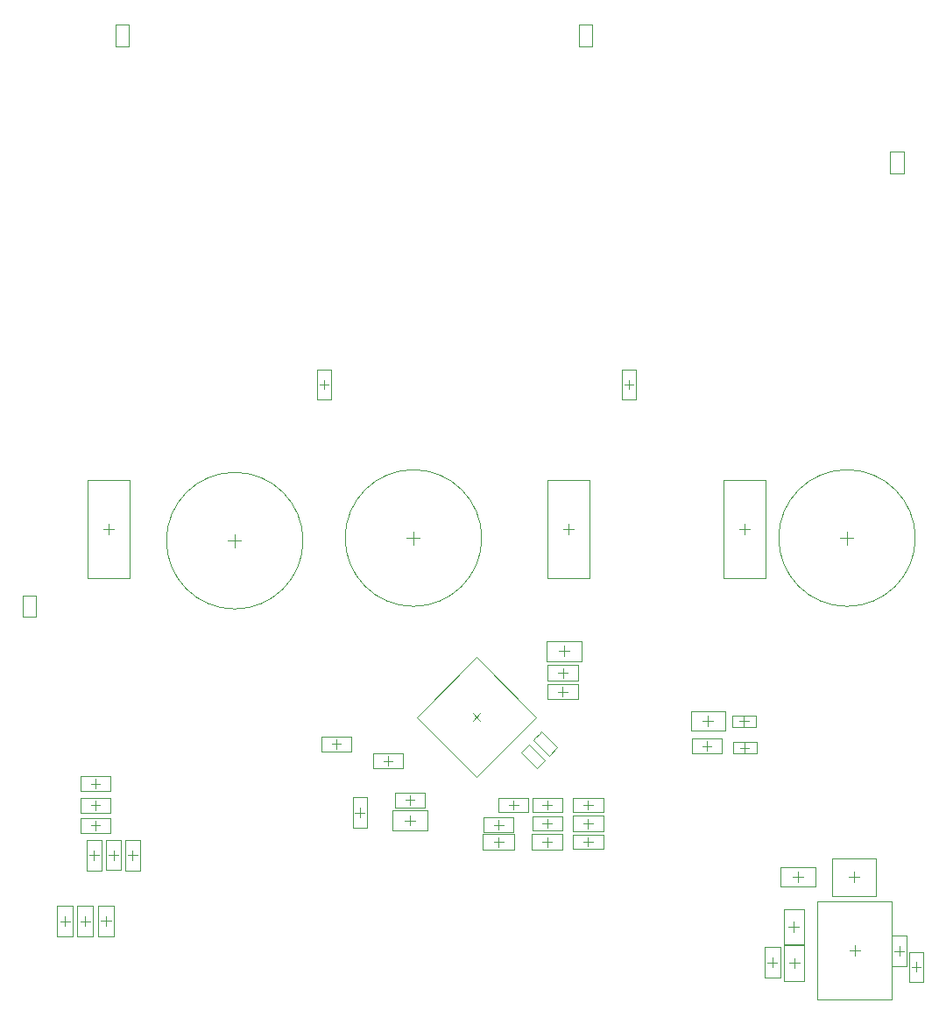
<source format=gbr>
%TF.GenerationSoftware,Altium Limited,Altium Designer,19.0.10 (269)*%
G04 Layer_Color=32768*
%FSLAX26Y26*%
%MOIN*%
%TF.FileFunction,Other,Mechanical_15*%
%TF.Part,Single*%
G01*
G75*
%TA.AperFunction,NonConductor*%
%ADD79C,0.003937*%
%ADD99C,0.001968*%
D79*
X-659997Y-43429D02*
G03*
X-659997Y-43429I-260000J0D01*
G01*
X20003Y-33429D02*
G03*
X20003Y-33429I-260000J0D01*
G01*
X1670003D02*
G03*
X1670003Y-33429I-260000J0D01*
G01*
X-533512Y-834716D02*
Y-799283D01*
X-551228Y-817000D02*
X-515795D01*
X562284Y550000D02*
X597717D01*
X580000Y532284D02*
Y567716D01*
X-597716Y550000D02*
X-562283D01*
X-580000Y532284D02*
Y567716D01*
X-944997Y-43429D02*
X-894997D01*
X-919997Y-68429D02*
Y-18429D01*
X-264997Y-33429D02*
X-214997D01*
X-239997Y-58429D02*
Y-8429D01*
X1385003Y-33429D02*
X1435003D01*
X1410003Y-58429D02*
Y-8429D01*
X1020000Y-19685D02*
Y19685D01*
X1000315Y0D02*
X1039685D01*
X1439000Y-1621685D02*
Y-1582315D01*
X1419315Y-1602000D02*
X1458685D01*
X1416315Y-1324000D02*
X1455685D01*
X1436000Y-1343685D02*
Y-1304315D01*
X1202315Y-1322000D02*
X1241685D01*
X1222000Y-1341685D02*
Y-1302315D01*
X1208000Y-1533685D02*
Y-1494315D01*
X1188315Y-1514000D02*
X1227685D01*
X1591284Y-1604488D02*
X1626717D01*
X1609000Y-1622205D02*
Y-1586772D01*
X1655284Y-1665000D02*
X1690717D01*
X1673000Y-1682716D02*
Y-1647284D01*
X1209000Y-1670685D02*
Y-1631315D01*
X1189315Y-1651000D02*
X1228685D01*
X1107299Y-1648473D02*
X1144701D01*
X1126000Y-1667173D02*
Y-1629772D01*
X877000Y-842716D02*
Y-807283D01*
X859284Y-825000D02*
X894716D01*
X1002693Y-832000D02*
X1038126D01*
X1020409Y-849717D02*
Y-814284D01*
X1000284Y-731000D02*
X1035717D01*
X1018000Y-748717D02*
Y-713284D01*
X861315Y-730000D02*
X900685D01*
X881000Y-749685D02*
Y-710315D01*
X313315Y-464000D02*
X352685D01*
X333000Y-483685D02*
Y-444315D01*
X328527Y-565667D02*
Y-528266D01*
X309827Y-546966D02*
X347228D01*
X328000Y-636701D02*
Y-599299D01*
X309299Y-618000D02*
X346701D01*
X-13919Y-701081D02*
X13919Y-728919D01*
X-13919D02*
X13919Y-701081D01*
X123284Y-1050000D02*
X158716D01*
X141000Y-1067716D02*
Y-1032283D01*
X66283Y-1125097D02*
X101716D01*
X83999Y-1142813D02*
Y-1107380D01*
X65299Y-1190000D02*
X102701D01*
X84000Y-1208701D02*
Y-1171299D01*
X251228Y-1119960D02*
X286661D01*
X268945Y-1137677D02*
Y-1102244D01*
X251228Y-1050000D02*
X286661D01*
X268944Y-1067716D02*
Y-1032283D01*
X250244Y-1189960D02*
X287646D01*
X268945Y-1208661D02*
Y-1171260D01*
X407284Y-1190000D02*
X442716D01*
X425000Y-1207717D02*
Y-1172284D01*
X406299Y-1120000D02*
X443701D01*
X425000Y-1138701D02*
Y-1101299D01*
X-461716Y-1078000D02*
X-426283D01*
X-444000Y-1095716D02*
Y-1060284D01*
X-336512Y-899716D02*
Y-864283D01*
X-354228Y-882000D02*
X-318795D01*
X-1584701Y-1491527D02*
X-1547299D01*
X-1566000Y-1510228D02*
Y-1472827D01*
X-1507701Y-1491472D02*
X-1470299D01*
X-1489000Y-1510173D02*
Y-1472772D01*
X-1428701Y-1490472D02*
X-1391299D01*
X-1410000Y-1509173D02*
Y-1471772D01*
X-1450000Y-1144717D02*
Y-1109284D01*
X-1467716Y-1127000D02*
X-1432284D01*
X-1450000Y-1068717D02*
Y-1033284D01*
X-1467716Y-1051000D02*
X-1432284D01*
X-1450000Y-985717D02*
Y-950284D01*
X-1467716Y-968000D02*
X-1432284D01*
X-1473221Y-1241000D02*
X-1437788D01*
X-1455505Y-1258716D02*
Y-1223284D01*
X-1326717Y-1241000D02*
X-1291284D01*
X-1309000Y-1258716D02*
Y-1223284D01*
X425000Y-1067716D02*
Y-1032283D01*
X407284Y-1050000D02*
X442716D01*
X-1398717Y-1240512D02*
X-1363284D01*
X-1381000Y-1258228D02*
Y-1222795D01*
X-253000Y-1048777D02*
Y-1013344D01*
X-270716Y-1031061D02*
X-235284D01*
X-272024Y-1108000D02*
X-232654D01*
X-252339Y-1127685D02*
Y-1088315D01*
X-1419685Y0D02*
X-1380315D01*
X-1400000Y-19685D02*
Y19685D01*
X330315Y0D02*
X369685D01*
X350000Y-19685D02*
Y19685D01*
D99*
X229703Y-910326D02*
X260326Y-879703D01*
X176865Y-842177D02*
X192177Y-826865D01*
X169209Y-849832D02*
X229703Y-910326D01*
X199832Y-819210D02*
X260326Y-879703D01*
X192177Y-826865D02*
X199832Y-819210D01*
X169209Y-849832D02*
X176865Y-842177D01*
X277703Y-861610D02*
X308326Y-830987D01*
X224865Y-793460D02*
X240177Y-778149D01*
X217209Y-801116D02*
X277703Y-861610D01*
X247832Y-770493D02*
X308326Y-830987D01*
X240177Y-778149D02*
X247832Y-770493D01*
X217209Y-801116D02*
X224865Y-793460D01*
X-590598Y-789441D02*
X-476425D01*
X-590598Y-844559D02*
X-476425D01*
X-590598D02*
Y-789441D01*
X-476425Y-844559D02*
Y-789441D01*
X388409Y1836661D02*
Y1919339D01*
X439591D01*
Y1836661D02*
Y1919339D01*
X388409Y1836661D02*
X439591D01*
X-1374591D02*
Y1919339D01*
X-1323409D01*
Y1836661D02*
Y1919339D01*
X-1374591Y1836661D02*
X-1323409D01*
X607559Y492913D02*
Y607087D01*
X552441Y492913D02*
Y607087D01*
X607559D01*
X552441Y492913D02*
X607559D01*
X-552441D02*
Y607087D01*
X-607559Y492913D02*
Y607087D01*
X-552441D01*
X-607559Y492913D02*
X-552441D01*
X941260Y-187008D02*
X1098740D01*
X941260Y187008D02*
X1098740D01*
X941260Y-187008D02*
Y187008D01*
X1098740Y-187008D02*
Y187008D01*
X1297268Y-1414992D02*
X1580732D01*
X1297268Y-1789008D02*
X1580732D01*
Y-1414992D01*
X1297268Y-1789008D02*
Y-1414992D01*
X1519661Y-1394866D02*
Y-1253134D01*
X1352339Y-1394866D02*
Y-1253134D01*
Y-1394866D02*
X1519661D01*
X1352339Y-1253134D02*
X1519661D01*
X1155071Y-1359401D02*
Y-1284598D01*
X1288929Y-1359401D02*
Y-1284598D01*
X1155071D02*
X1288929D01*
X1155071Y-1359401D02*
X1288929D01*
X1170599Y-1447071D02*
X1245402D01*
X1170599Y-1580929D02*
X1245402D01*
Y-1447071D01*
X1170599Y-1580929D02*
Y-1447071D01*
X1636559Y-1661575D02*
Y-1547402D01*
X1581441Y-1661575D02*
Y-1547402D01*
X1636559D01*
X1581441Y-1661575D02*
X1636559D01*
X1700559Y-1722087D02*
Y-1607913D01*
X1645441Y-1722087D02*
Y-1607913D01*
X1700559D01*
X1645441Y-1722087D02*
X1700559D01*
X1171599Y-1584071D02*
X1246402D01*
X1171599Y-1717929D02*
X1246402D01*
Y-1584071D01*
X1171599Y-1717929D02*
Y-1584071D01*
X1096472Y-1707528D02*
Y-1589417D01*
X1155527Y-1707528D02*
Y-1589417D01*
X1096472Y-1707528D02*
X1155527D01*
X1096472Y-1589417D02*
X1155527D01*
X819913Y-797441D02*
X934087D01*
X819913Y-852559D02*
X934087D01*
X819913D02*
Y-797441D01*
X934087Y-852559D02*
Y-797441D01*
X1065685Y-853654D02*
Y-810346D01*
X975134Y-853654D02*
Y-810346D01*
Y-853654D02*
X1065685D01*
X975134Y-810346D02*
X1065685D01*
X1063276Y-752654D02*
Y-709346D01*
X972725Y-752654D02*
Y-709346D01*
Y-752654D02*
X1063276D01*
X972725Y-709346D02*
X1063276D01*
X945961Y-767402D02*
Y-692598D01*
X816039Y-767402D02*
Y-692598D01*
Y-767402D02*
X945961D01*
X816039Y-692598D02*
X945961D01*
X266071Y-501401D02*
Y-426598D01*
X399929Y-501401D02*
Y-426598D01*
X266071D02*
X399929D01*
X266071Y-501401D02*
X399929D01*
X269472Y-517439D02*
X387583D01*
X269472Y-576494D02*
X387583D01*
X269472D02*
Y-517439D01*
X387583Y-576494D02*
Y-517439D01*
X268945Y-588472D02*
X387055D01*
X268945Y-647528D02*
X387055D01*
X268945D02*
Y-588472D01*
X387055Y-647528D02*
Y-588472D01*
X-228279Y-715000D02*
X0Y-486721D01*
Y-943279D02*
X228279Y-715000D01*
X-228279D02*
X0Y-943279D01*
Y-486721D02*
X228279Y-715000D01*
X198087Y-1077559D02*
Y-1022441D01*
X83913Y-1077559D02*
Y-1022441D01*
Y-1077559D02*
X198087D01*
X83913Y-1022441D02*
X198087D01*
X26913Y-1152656D02*
Y-1097538D01*
X141086Y-1152656D02*
Y-1097538D01*
X26913D02*
X141086D01*
X26913Y-1152656D02*
X141086D01*
X143055Y-1219527D02*
Y-1160472D01*
X24945Y-1219527D02*
Y-1160472D01*
Y-1219527D02*
X143055D01*
X24945Y-1160472D02*
X143055D01*
X211858Y-1147520D02*
Y-1092401D01*
X326031Y-1147520D02*
Y-1092401D01*
X211858D02*
X326031D01*
X211858Y-1147520D02*
X326031D01*
X326031Y-1077559D02*
Y-1022441D01*
X211858Y-1077559D02*
Y-1022441D01*
Y-1077559D02*
X326031D01*
X211858Y-1022441D02*
X326031D01*
X328000Y-1219488D02*
Y-1160433D01*
X209890Y-1219488D02*
Y-1160433D01*
Y-1219488D02*
X328000D01*
X209890Y-1160433D02*
X328000D01*
X367913Y-1217559D02*
Y-1162441D01*
X482087Y-1217559D02*
Y-1162441D01*
X367913D02*
X482087D01*
X367913Y-1217559D02*
X482087D01*
X484055Y-1149527D02*
Y-1090472D01*
X365945Y-1149527D02*
Y-1090472D01*
Y-1149527D02*
X484055D01*
X365945Y-1090472D02*
X484055D01*
X-416441Y-1135087D02*
Y-1020913D01*
X-471559Y-1135087D02*
Y-1020913D01*
X-416441D01*
X-471559Y-1135087D02*
X-416441D01*
X-393598Y-854441D02*
X-279425D01*
X-393598Y-909559D02*
X-279425D01*
X-393598D02*
Y-854441D01*
X-279425Y-909559D02*
Y-854441D01*
X-1536472Y-1550583D02*
Y-1432472D01*
X-1595527Y-1550583D02*
Y-1432472D01*
X-1536472D01*
X-1595527Y-1550583D02*
X-1536472D01*
X-1459472Y-1550528D02*
Y-1432417D01*
X-1518527Y-1550528D02*
Y-1432417D01*
X-1459472D01*
X-1518527Y-1550528D02*
X-1459472D01*
X-1380472Y-1549528D02*
Y-1431417D01*
X-1439527Y-1549528D02*
Y-1431417D01*
X-1380472D01*
X-1439527Y-1549528D02*
X-1380472D01*
X-1507087Y-1154559D02*
X-1392913D01*
X-1507087Y-1099441D02*
X-1392913D01*
Y-1154559D02*
Y-1099441D01*
X-1507087Y-1154559D02*
Y-1099441D01*
Y-1078559D02*
X-1392913D01*
X-1507087Y-1023441D02*
X-1392913D01*
Y-1078559D02*
Y-1023441D01*
X-1507087Y-1078559D02*
Y-1023441D01*
Y-995559D02*
X-1392913D01*
X-1507087Y-940441D02*
X-1392913D01*
Y-995559D02*
Y-940441D01*
X-1507087Y-995559D02*
Y-940441D01*
X-1483064Y-1298087D02*
Y-1183913D01*
X-1427946Y-1298087D02*
Y-1183913D01*
X-1483064Y-1298087D02*
X-1427946D01*
X-1483064Y-1183913D02*
X-1427946D01*
X-1336559Y-1298087D02*
Y-1183913D01*
X-1281441Y-1298087D02*
Y-1183913D01*
X-1336559Y-1298087D02*
X-1281441D01*
X-1336559Y-1183913D02*
X-1281441D01*
X367913Y-1022441D02*
X482087D01*
X367913Y-1077559D02*
X482087D01*
X367913D02*
Y-1022441D01*
X482087Y-1077559D02*
Y-1022441D01*
X-1408559Y-1297598D02*
Y-1183425D01*
X-1353441Y-1297598D02*
Y-1183425D01*
X-1408559Y-1297598D02*
X-1353441D01*
X-1408559Y-1183425D02*
X-1353441D01*
X-310087Y-1058620D02*
X-195913D01*
X-310087Y-1003502D02*
X-195913D01*
Y-1058620D02*
Y-1003502D01*
X-310087Y-1058620D02*
Y-1003502D01*
X-319268Y-1145401D02*
Y-1070598D01*
X-185410Y-1145401D02*
Y-1070598D01*
X-319268D02*
X-185410D01*
X-319268Y-1145401D02*
X-185410D01*
X1574409Y1353661D02*
Y1436339D01*
X1625591D01*
Y1353661D02*
Y1436339D01*
X1574409Y1353661D02*
X1625591D01*
X-1726591Y-334339D02*
X-1675409D01*
Y-251661D01*
X-1726591D02*
X-1675409D01*
X-1726591Y-334339D02*
Y-251661D01*
X-1321260Y-187008D02*
Y187008D01*
X-1478740Y-187008D02*
Y187008D01*
X-1321260D01*
X-1478740Y-187008D02*
X-1321260D01*
X428740D02*
Y187008D01*
X271260Y-187008D02*
Y187008D01*
X428740D01*
X271260Y-187008D02*
X428740D01*
%TF.MD5,67519ecf0dc2beb2ca29eca43200a0db*%
M02*

</source>
